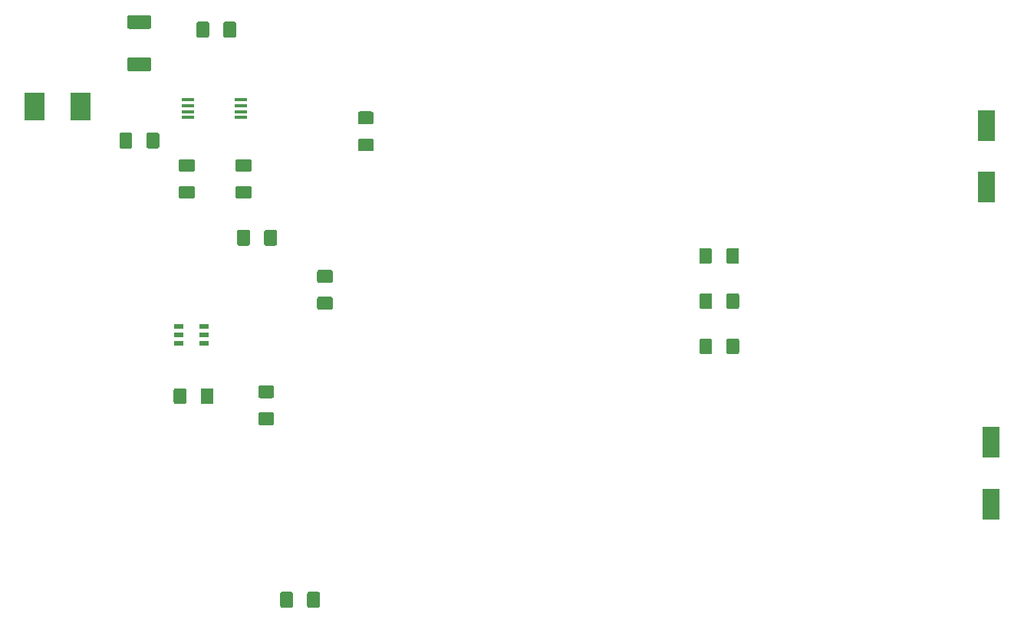
<source format=gbr>
G04 #@! TF.GenerationSoftware,KiCad,Pcbnew,(5.1.4)-1*
G04 #@! TF.CreationDate,2020-04-14T09:58:38-07:00*
G04 #@! TF.ProjectId,power,706f7765-722e-46b6-9963-61645f706362,rev?*
G04 #@! TF.SameCoordinates,Original*
G04 #@! TF.FileFunction,Paste,Top*
G04 #@! TF.FilePolarity,Positive*
%FSLAX46Y46*%
G04 Gerber Fmt 4.6, Leading zero omitted, Abs format (unit mm)*
G04 Created by KiCad (PCBNEW (5.1.4)-1) date 2020-04-14 09:58:38*
%MOMM*%
%LPD*%
G04 APERTURE LIST*
%ADD10R,1.905000X3.403600*%
%ADD11R,2.286000X3.048000*%
%ADD12C,0.100000*%
%ADD13C,1.425000*%
%ADD14C,1.525000*%
%ADD15R,1.422400X0.355600*%
%ADD16R,1.000001X0.599999*%
G04 APERTURE END LIST*
D10*
X143250000Y-89346400D03*
X143250000Y-96153600D03*
X142750000Y-54346400D03*
X142750000Y-61153600D03*
D11*
X42790000Y-52250000D03*
X37710000Y-52250000D03*
D12*
G36*
X56749504Y-42876204D02*
G01*
X56773773Y-42879804D01*
X56797571Y-42885765D01*
X56820671Y-42894030D01*
X56842849Y-42904520D01*
X56863893Y-42917133D01*
X56883598Y-42931747D01*
X56901777Y-42948223D01*
X56918253Y-42966402D01*
X56932867Y-42986107D01*
X56945480Y-43007151D01*
X56955970Y-43029329D01*
X56964235Y-43052429D01*
X56970196Y-43076227D01*
X56973796Y-43100496D01*
X56975000Y-43125000D01*
X56975000Y-44375000D01*
X56973796Y-44399504D01*
X56970196Y-44423773D01*
X56964235Y-44447571D01*
X56955970Y-44470671D01*
X56945480Y-44492849D01*
X56932867Y-44513893D01*
X56918253Y-44533598D01*
X56901777Y-44551777D01*
X56883598Y-44568253D01*
X56863893Y-44582867D01*
X56842849Y-44595480D01*
X56820671Y-44605970D01*
X56797571Y-44614235D01*
X56773773Y-44620196D01*
X56749504Y-44623796D01*
X56725000Y-44625000D01*
X55800000Y-44625000D01*
X55775496Y-44623796D01*
X55751227Y-44620196D01*
X55727429Y-44614235D01*
X55704329Y-44605970D01*
X55682151Y-44595480D01*
X55661107Y-44582867D01*
X55641402Y-44568253D01*
X55623223Y-44551777D01*
X55606747Y-44533598D01*
X55592133Y-44513893D01*
X55579520Y-44492849D01*
X55569030Y-44470671D01*
X55560765Y-44447571D01*
X55554804Y-44423773D01*
X55551204Y-44399504D01*
X55550000Y-44375000D01*
X55550000Y-43125000D01*
X55551204Y-43100496D01*
X55554804Y-43076227D01*
X55560765Y-43052429D01*
X55569030Y-43029329D01*
X55579520Y-43007151D01*
X55592133Y-42986107D01*
X55606747Y-42966402D01*
X55623223Y-42948223D01*
X55641402Y-42931747D01*
X55661107Y-42917133D01*
X55682151Y-42904520D01*
X55704329Y-42894030D01*
X55727429Y-42885765D01*
X55751227Y-42879804D01*
X55775496Y-42876204D01*
X55800000Y-42875000D01*
X56725000Y-42875000D01*
X56749504Y-42876204D01*
X56749504Y-42876204D01*
G37*
D13*
X56262500Y-43750000D03*
D12*
G36*
X59724504Y-42876204D02*
G01*
X59748773Y-42879804D01*
X59772571Y-42885765D01*
X59795671Y-42894030D01*
X59817849Y-42904520D01*
X59838893Y-42917133D01*
X59858598Y-42931747D01*
X59876777Y-42948223D01*
X59893253Y-42966402D01*
X59907867Y-42986107D01*
X59920480Y-43007151D01*
X59930970Y-43029329D01*
X59939235Y-43052429D01*
X59945196Y-43076227D01*
X59948796Y-43100496D01*
X59950000Y-43125000D01*
X59950000Y-44375000D01*
X59948796Y-44399504D01*
X59945196Y-44423773D01*
X59939235Y-44447571D01*
X59930970Y-44470671D01*
X59920480Y-44492849D01*
X59907867Y-44513893D01*
X59893253Y-44533598D01*
X59876777Y-44551777D01*
X59858598Y-44568253D01*
X59838893Y-44582867D01*
X59817849Y-44595480D01*
X59795671Y-44605970D01*
X59772571Y-44614235D01*
X59748773Y-44620196D01*
X59724504Y-44623796D01*
X59700000Y-44625000D01*
X58775000Y-44625000D01*
X58750496Y-44623796D01*
X58726227Y-44620196D01*
X58702429Y-44614235D01*
X58679329Y-44605970D01*
X58657151Y-44595480D01*
X58636107Y-44582867D01*
X58616402Y-44568253D01*
X58598223Y-44551777D01*
X58581747Y-44533598D01*
X58567133Y-44513893D01*
X58554520Y-44492849D01*
X58544030Y-44470671D01*
X58535765Y-44447571D01*
X58529804Y-44423773D01*
X58526204Y-44399504D01*
X58525000Y-44375000D01*
X58525000Y-43125000D01*
X58526204Y-43100496D01*
X58529804Y-43076227D01*
X58535765Y-43052429D01*
X58544030Y-43029329D01*
X58554520Y-43007151D01*
X58567133Y-42986107D01*
X58581747Y-42966402D01*
X58598223Y-42948223D01*
X58616402Y-42931747D01*
X58636107Y-42917133D01*
X58657151Y-42904520D01*
X58679329Y-42894030D01*
X58702429Y-42885765D01*
X58726227Y-42879804D01*
X58750496Y-42876204D01*
X58775000Y-42875000D01*
X59700000Y-42875000D01*
X59724504Y-42876204D01*
X59724504Y-42876204D01*
G37*
D13*
X59237500Y-43750000D03*
D12*
G36*
X51224504Y-55126204D02*
G01*
X51248773Y-55129804D01*
X51272571Y-55135765D01*
X51295671Y-55144030D01*
X51317849Y-55154520D01*
X51338893Y-55167133D01*
X51358598Y-55181747D01*
X51376777Y-55198223D01*
X51393253Y-55216402D01*
X51407867Y-55236107D01*
X51420480Y-55257151D01*
X51430970Y-55279329D01*
X51439235Y-55302429D01*
X51445196Y-55326227D01*
X51448796Y-55350496D01*
X51450000Y-55375000D01*
X51450000Y-56625000D01*
X51448796Y-56649504D01*
X51445196Y-56673773D01*
X51439235Y-56697571D01*
X51430970Y-56720671D01*
X51420480Y-56742849D01*
X51407867Y-56763893D01*
X51393253Y-56783598D01*
X51376777Y-56801777D01*
X51358598Y-56818253D01*
X51338893Y-56832867D01*
X51317849Y-56845480D01*
X51295671Y-56855970D01*
X51272571Y-56864235D01*
X51248773Y-56870196D01*
X51224504Y-56873796D01*
X51200000Y-56875000D01*
X50275000Y-56875000D01*
X50250496Y-56873796D01*
X50226227Y-56870196D01*
X50202429Y-56864235D01*
X50179329Y-56855970D01*
X50157151Y-56845480D01*
X50136107Y-56832867D01*
X50116402Y-56818253D01*
X50098223Y-56801777D01*
X50081747Y-56783598D01*
X50067133Y-56763893D01*
X50054520Y-56742849D01*
X50044030Y-56720671D01*
X50035765Y-56697571D01*
X50029804Y-56673773D01*
X50026204Y-56649504D01*
X50025000Y-56625000D01*
X50025000Y-55375000D01*
X50026204Y-55350496D01*
X50029804Y-55326227D01*
X50035765Y-55302429D01*
X50044030Y-55279329D01*
X50054520Y-55257151D01*
X50067133Y-55236107D01*
X50081747Y-55216402D01*
X50098223Y-55198223D01*
X50116402Y-55181747D01*
X50136107Y-55167133D01*
X50157151Y-55154520D01*
X50179329Y-55144030D01*
X50202429Y-55135765D01*
X50226227Y-55129804D01*
X50250496Y-55126204D01*
X50275000Y-55125000D01*
X51200000Y-55125000D01*
X51224504Y-55126204D01*
X51224504Y-55126204D01*
G37*
D13*
X50737500Y-56000000D03*
D12*
G36*
X48249504Y-55126204D02*
G01*
X48273773Y-55129804D01*
X48297571Y-55135765D01*
X48320671Y-55144030D01*
X48342849Y-55154520D01*
X48363893Y-55167133D01*
X48383598Y-55181747D01*
X48401777Y-55198223D01*
X48418253Y-55216402D01*
X48432867Y-55236107D01*
X48445480Y-55257151D01*
X48455970Y-55279329D01*
X48464235Y-55302429D01*
X48470196Y-55326227D01*
X48473796Y-55350496D01*
X48475000Y-55375000D01*
X48475000Y-56625000D01*
X48473796Y-56649504D01*
X48470196Y-56673773D01*
X48464235Y-56697571D01*
X48455970Y-56720671D01*
X48445480Y-56742849D01*
X48432867Y-56763893D01*
X48418253Y-56783598D01*
X48401777Y-56801777D01*
X48383598Y-56818253D01*
X48363893Y-56832867D01*
X48342849Y-56845480D01*
X48320671Y-56855970D01*
X48297571Y-56864235D01*
X48273773Y-56870196D01*
X48249504Y-56873796D01*
X48225000Y-56875000D01*
X47300000Y-56875000D01*
X47275496Y-56873796D01*
X47251227Y-56870196D01*
X47227429Y-56864235D01*
X47204329Y-56855970D01*
X47182151Y-56845480D01*
X47161107Y-56832867D01*
X47141402Y-56818253D01*
X47123223Y-56801777D01*
X47106747Y-56783598D01*
X47092133Y-56763893D01*
X47079520Y-56742849D01*
X47069030Y-56720671D01*
X47060765Y-56697571D01*
X47054804Y-56673773D01*
X47051204Y-56649504D01*
X47050000Y-56625000D01*
X47050000Y-55375000D01*
X47051204Y-55350496D01*
X47054804Y-55326227D01*
X47060765Y-55302429D01*
X47069030Y-55279329D01*
X47079520Y-55257151D01*
X47092133Y-55236107D01*
X47106747Y-55216402D01*
X47123223Y-55198223D01*
X47141402Y-55181747D01*
X47161107Y-55167133D01*
X47182151Y-55154520D01*
X47204329Y-55144030D01*
X47227429Y-55135765D01*
X47251227Y-55129804D01*
X47275496Y-55126204D01*
X47300000Y-55125000D01*
X48225000Y-55125000D01*
X48249504Y-55126204D01*
X48249504Y-55126204D01*
G37*
D13*
X47762500Y-56000000D03*
D12*
G36*
X64224504Y-65876204D02*
G01*
X64248773Y-65879804D01*
X64272571Y-65885765D01*
X64295671Y-65894030D01*
X64317849Y-65904520D01*
X64338893Y-65917133D01*
X64358598Y-65931747D01*
X64376777Y-65948223D01*
X64393253Y-65966402D01*
X64407867Y-65986107D01*
X64420480Y-66007151D01*
X64430970Y-66029329D01*
X64439235Y-66052429D01*
X64445196Y-66076227D01*
X64448796Y-66100496D01*
X64450000Y-66125000D01*
X64450000Y-67375000D01*
X64448796Y-67399504D01*
X64445196Y-67423773D01*
X64439235Y-67447571D01*
X64430970Y-67470671D01*
X64420480Y-67492849D01*
X64407867Y-67513893D01*
X64393253Y-67533598D01*
X64376777Y-67551777D01*
X64358598Y-67568253D01*
X64338893Y-67582867D01*
X64317849Y-67595480D01*
X64295671Y-67605970D01*
X64272571Y-67614235D01*
X64248773Y-67620196D01*
X64224504Y-67623796D01*
X64200000Y-67625000D01*
X63275000Y-67625000D01*
X63250496Y-67623796D01*
X63226227Y-67620196D01*
X63202429Y-67614235D01*
X63179329Y-67605970D01*
X63157151Y-67595480D01*
X63136107Y-67582867D01*
X63116402Y-67568253D01*
X63098223Y-67551777D01*
X63081747Y-67533598D01*
X63067133Y-67513893D01*
X63054520Y-67492849D01*
X63044030Y-67470671D01*
X63035765Y-67447571D01*
X63029804Y-67423773D01*
X63026204Y-67399504D01*
X63025000Y-67375000D01*
X63025000Y-66125000D01*
X63026204Y-66100496D01*
X63029804Y-66076227D01*
X63035765Y-66052429D01*
X63044030Y-66029329D01*
X63054520Y-66007151D01*
X63067133Y-65986107D01*
X63081747Y-65966402D01*
X63098223Y-65948223D01*
X63116402Y-65931747D01*
X63136107Y-65917133D01*
X63157151Y-65904520D01*
X63179329Y-65894030D01*
X63202429Y-65885765D01*
X63226227Y-65879804D01*
X63250496Y-65876204D01*
X63275000Y-65875000D01*
X64200000Y-65875000D01*
X64224504Y-65876204D01*
X64224504Y-65876204D01*
G37*
D13*
X63737500Y-66750000D03*
D12*
G36*
X61249504Y-65876204D02*
G01*
X61273773Y-65879804D01*
X61297571Y-65885765D01*
X61320671Y-65894030D01*
X61342849Y-65904520D01*
X61363893Y-65917133D01*
X61383598Y-65931747D01*
X61401777Y-65948223D01*
X61418253Y-65966402D01*
X61432867Y-65986107D01*
X61445480Y-66007151D01*
X61455970Y-66029329D01*
X61464235Y-66052429D01*
X61470196Y-66076227D01*
X61473796Y-66100496D01*
X61475000Y-66125000D01*
X61475000Y-67375000D01*
X61473796Y-67399504D01*
X61470196Y-67423773D01*
X61464235Y-67447571D01*
X61455970Y-67470671D01*
X61445480Y-67492849D01*
X61432867Y-67513893D01*
X61418253Y-67533598D01*
X61401777Y-67551777D01*
X61383598Y-67568253D01*
X61363893Y-67582867D01*
X61342849Y-67595480D01*
X61320671Y-67605970D01*
X61297571Y-67614235D01*
X61273773Y-67620196D01*
X61249504Y-67623796D01*
X61225000Y-67625000D01*
X60300000Y-67625000D01*
X60275496Y-67623796D01*
X60251227Y-67620196D01*
X60227429Y-67614235D01*
X60204329Y-67605970D01*
X60182151Y-67595480D01*
X60161107Y-67582867D01*
X60141402Y-67568253D01*
X60123223Y-67551777D01*
X60106747Y-67533598D01*
X60092133Y-67513893D01*
X60079520Y-67492849D01*
X60069030Y-67470671D01*
X60060765Y-67447571D01*
X60054804Y-67423773D01*
X60051204Y-67399504D01*
X60050000Y-67375000D01*
X60050000Y-66125000D01*
X60051204Y-66100496D01*
X60054804Y-66076227D01*
X60060765Y-66052429D01*
X60069030Y-66029329D01*
X60079520Y-66007151D01*
X60092133Y-65986107D01*
X60106747Y-65966402D01*
X60123223Y-65948223D01*
X60141402Y-65931747D01*
X60161107Y-65917133D01*
X60182151Y-65904520D01*
X60204329Y-65894030D01*
X60227429Y-65885765D01*
X60251227Y-65879804D01*
X60275496Y-65876204D01*
X60300000Y-65875000D01*
X61225000Y-65875000D01*
X61249504Y-65876204D01*
X61249504Y-65876204D01*
G37*
D13*
X60762500Y-66750000D03*
D12*
G36*
X63899504Y-83051204D02*
G01*
X63923773Y-83054804D01*
X63947571Y-83060765D01*
X63970671Y-83069030D01*
X63992849Y-83079520D01*
X64013893Y-83092133D01*
X64033598Y-83106747D01*
X64051777Y-83123223D01*
X64068253Y-83141402D01*
X64082867Y-83161107D01*
X64095480Y-83182151D01*
X64105970Y-83204329D01*
X64114235Y-83227429D01*
X64120196Y-83251227D01*
X64123796Y-83275496D01*
X64125000Y-83300000D01*
X64125000Y-84225000D01*
X64123796Y-84249504D01*
X64120196Y-84273773D01*
X64114235Y-84297571D01*
X64105970Y-84320671D01*
X64095480Y-84342849D01*
X64082867Y-84363893D01*
X64068253Y-84383598D01*
X64051777Y-84401777D01*
X64033598Y-84418253D01*
X64013893Y-84432867D01*
X63992849Y-84445480D01*
X63970671Y-84455970D01*
X63947571Y-84464235D01*
X63923773Y-84470196D01*
X63899504Y-84473796D01*
X63875000Y-84475000D01*
X62625000Y-84475000D01*
X62600496Y-84473796D01*
X62576227Y-84470196D01*
X62552429Y-84464235D01*
X62529329Y-84455970D01*
X62507151Y-84445480D01*
X62486107Y-84432867D01*
X62466402Y-84418253D01*
X62448223Y-84401777D01*
X62431747Y-84383598D01*
X62417133Y-84363893D01*
X62404520Y-84342849D01*
X62394030Y-84320671D01*
X62385765Y-84297571D01*
X62379804Y-84273773D01*
X62376204Y-84249504D01*
X62375000Y-84225000D01*
X62375000Y-83300000D01*
X62376204Y-83275496D01*
X62379804Y-83251227D01*
X62385765Y-83227429D01*
X62394030Y-83204329D01*
X62404520Y-83182151D01*
X62417133Y-83161107D01*
X62431747Y-83141402D01*
X62448223Y-83123223D01*
X62466402Y-83106747D01*
X62486107Y-83092133D01*
X62507151Y-83079520D01*
X62529329Y-83069030D01*
X62552429Y-83060765D01*
X62576227Y-83054804D01*
X62600496Y-83051204D01*
X62625000Y-83050000D01*
X63875000Y-83050000D01*
X63899504Y-83051204D01*
X63899504Y-83051204D01*
G37*
D13*
X63250000Y-83762500D03*
D12*
G36*
X63899504Y-86026204D02*
G01*
X63923773Y-86029804D01*
X63947571Y-86035765D01*
X63970671Y-86044030D01*
X63992849Y-86054520D01*
X64013893Y-86067133D01*
X64033598Y-86081747D01*
X64051777Y-86098223D01*
X64068253Y-86116402D01*
X64082867Y-86136107D01*
X64095480Y-86157151D01*
X64105970Y-86179329D01*
X64114235Y-86202429D01*
X64120196Y-86226227D01*
X64123796Y-86250496D01*
X64125000Y-86275000D01*
X64125000Y-87200000D01*
X64123796Y-87224504D01*
X64120196Y-87248773D01*
X64114235Y-87272571D01*
X64105970Y-87295671D01*
X64095480Y-87317849D01*
X64082867Y-87338893D01*
X64068253Y-87358598D01*
X64051777Y-87376777D01*
X64033598Y-87393253D01*
X64013893Y-87407867D01*
X63992849Y-87420480D01*
X63970671Y-87430970D01*
X63947571Y-87439235D01*
X63923773Y-87445196D01*
X63899504Y-87448796D01*
X63875000Y-87450000D01*
X62625000Y-87450000D01*
X62600496Y-87448796D01*
X62576227Y-87445196D01*
X62552429Y-87439235D01*
X62529329Y-87430970D01*
X62507151Y-87420480D01*
X62486107Y-87407867D01*
X62466402Y-87393253D01*
X62448223Y-87376777D01*
X62431747Y-87358598D01*
X62417133Y-87338893D01*
X62404520Y-87317849D01*
X62394030Y-87295671D01*
X62385765Y-87272571D01*
X62379804Y-87248773D01*
X62376204Y-87224504D01*
X62375000Y-87200000D01*
X62375000Y-86275000D01*
X62376204Y-86250496D01*
X62379804Y-86226227D01*
X62385765Y-86202429D01*
X62394030Y-86179329D01*
X62404520Y-86157151D01*
X62417133Y-86136107D01*
X62431747Y-86116402D01*
X62448223Y-86098223D01*
X62466402Y-86081747D01*
X62486107Y-86067133D01*
X62507151Y-86054520D01*
X62529329Y-86044030D01*
X62552429Y-86035765D01*
X62576227Y-86029804D01*
X62600496Y-86026204D01*
X62625000Y-86025000D01*
X63875000Y-86025000D01*
X63899504Y-86026204D01*
X63899504Y-86026204D01*
G37*
D13*
X63250000Y-86737500D03*
D12*
G36*
X70399504Y-73276204D02*
G01*
X70423773Y-73279804D01*
X70447571Y-73285765D01*
X70470671Y-73294030D01*
X70492849Y-73304520D01*
X70513893Y-73317133D01*
X70533598Y-73331747D01*
X70551777Y-73348223D01*
X70568253Y-73366402D01*
X70582867Y-73386107D01*
X70595480Y-73407151D01*
X70605970Y-73429329D01*
X70614235Y-73452429D01*
X70620196Y-73476227D01*
X70623796Y-73500496D01*
X70625000Y-73525000D01*
X70625000Y-74450000D01*
X70623796Y-74474504D01*
X70620196Y-74498773D01*
X70614235Y-74522571D01*
X70605970Y-74545671D01*
X70595480Y-74567849D01*
X70582867Y-74588893D01*
X70568253Y-74608598D01*
X70551777Y-74626777D01*
X70533598Y-74643253D01*
X70513893Y-74657867D01*
X70492849Y-74670480D01*
X70470671Y-74680970D01*
X70447571Y-74689235D01*
X70423773Y-74695196D01*
X70399504Y-74698796D01*
X70375000Y-74700000D01*
X69125000Y-74700000D01*
X69100496Y-74698796D01*
X69076227Y-74695196D01*
X69052429Y-74689235D01*
X69029329Y-74680970D01*
X69007151Y-74670480D01*
X68986107Y-74657867D01*
X68966402Y-74643253D01*
X68948223Y-74626777D01*
X68931747Y-74608598D01*
X68917133Y-74588893D01*
X68904520Y-74567849D01*
X68894030Y-74545671D01*
X68885765Y-74522571D01*
X68879804Y-74498773D01*
X68876204Y-74474504D01*
X68875000Y-74450000D01*
X68875000Y-73525000D01*
X68876204Y-73500496D01*
X68879804Y-73476227D01*
X68885765Y-73452429D01*
X68894030Y-73429329D01*
X68904520Y-73407151D01*
X68917133Y-73386107D01*
X68931747Y-73366402D01*
X68948223Y-73348223D01*
X68966402Y-73331747D01*
X68986107Y-73317133D01*
X69007151Y-73304520D01*
X69029329Y-73294030D01*
X69052429Y-73285765D01*
X69076227Y-73279804D01*
X69100496Y-73276204D01*
X69125000Y-73275000D01*
X70375000Y-73275000D01*
X70399504Y-73276204D01*
X70399504Y-73276204D01*
G37*
D13*
X69750000Y-73987500D03*
D12*
G36*
X70399504Y-70301204D02*
G01*
X70423773Y-70304804D01*
X70447571Y-70310765D01*
X70470671Y-70319030D01*
X70492849Y-70329520D01*
X70513893Y-70342133D01*
X70533598Y-70356747D01*
X70551777Y-70373223D01*
X70568253Y-70391402D01*
X70582867Y-70411107D01*
X70595480Y-70432151D01*
X70605970Y-70454329D01*
X70614235Y-70477429D01*
X70620196Y-70501227D01*
X70623796Y-70525496D01*
X70625000Y-70550000D01*
X70625000Y-71475000D01*
X70623796Y-71499504D01*
X70620196Y-71523773D01*
X70614235Y-71547571D01*
X70605970Y-71570671D01*
X70595480Y-71592849D01*
X70582867Y-71613893D01*
X70568253Y-71633598D01*
X70551777Y-71651777D01*
X70533598Y-71668253D01*
X70513893Y-71682867D01*
X70492849Y-71695480D01*
X70470671Y-71705970D01*
X70447571Y-71714235D01*
X70423773Y-71720196D01*
X70399504Y-71723796D01*
X70375000Y-71725000D01*
X69125000Y-71725000D01*
X69100496Y-71723796D01*
X69076227Y-71720196D01*
X69052429Y-71714235D01*
X69029329Y-71705970D01*
X69007151Y-71695480D01*
X68986107Y-71682867D01*
X68966402Y-71668253D01*
X68948223Y-71651777D01*
X68931747Y-71633598D01*
X68917133Y-71613893D01*
X68904520Y-71592849D01*
X68894030Y-71570671D01*
X68885765Y-71547571D01*
X68879804Y-71523773D01*
X68876204Y-71499504D01*
X68875000Y-71475000D01*
X68875000Y-70550000D01*
X68876204Y-70525496D01*
X68879804Y-70501227D01*
X68885765Y-70477429D01*
X68894030Y-70454329D01*
X68904520Y-70432151D01*
X68917133Y-70411107D01*
X68931747Y-70391402D01*
X68948223Y-70373223D01*
X68966402Y-70356747D01*
X68986107Y-70342133D01*
X69007151Y-70329520D01*
X69029329Y-70319030D01*
X69052429Y-70310765D01*
X69076227Y-70304804D01*
X69100496Y-70301204D01*
X69125000Y-70300000D01*
X70375000Y-70300000D01*
X70399504Y-70301204D01*
X70399504Y-70301204D01*
G37*
D13*
X69750000Y-71012500D03*
D12*
G36*
X61399504Y-61026204D02*
G01*
X61423773Y-61029804D01*
X61447571Y-61035765D01*
X61470671Y-61044030D01*
X61492849Y-61054520D01*
X61513893Y-61067133D01*
X61533598Y-61081747D01*
X61551777Y-61098223D01*
X61568253Y-61116402D01*
X61582867Y-61136107D01*
X61595480Y-61157151D01*
X61605970Y-61179329D01*
X61614235Y-61202429D01*
X61620196Y-61226227D01*
X61623796Y-61250496D01*
X61625000Y-61275000D01*
X61625000Y-62200000D01*
X61623796Y-62224504D01*
X61620196Y-62248773D01*
X61614235Y-62272571D01*
X61605970Y-62295671D01*
X61595480Y-62317849D01*
X61582867Y-62338893D01*
X61568253Y-62358598D01*
X61551777Y-62376777D01*
X61533598Y-62393253D01*
X61513893Y-62407867D01*
X61492849Y-62420480D01*
X61470671Y-62430970D01*
X61447571Y-62439235D01*
X61423773Y-62445196D01*
X61399504Y-62448796D01*
X61375000Y-62450000D01*
X60125000Y-62450000D01*
X60100496Y-62448796D01*
X60076227Y-62445196D01*
X60052429Y-62439235D01*
X60029329Y-62430970D01*
X60007151Y-62420480D01*
X59986107Y-62407867D01*
X59966402Y-62393253D01*
X59948223Y-62376777D01*
X59931747Y-62358598D01*
X59917133Y-62338893D01*
X59904520Y-62317849D01*
X59894030Y-62295671D01*
X59885765Y-62272571D01*
X59879804Y-62248773D01*
X59876204Y-62224504D01*
X59875000Y-62200000D01*
X59875000Y-61275000D01*
X59876204Y-61250496D01*
X59879804Y-61226227D01*
X59885765Y-61202429D01*
X59894030Y-61179329D01*
X59904520Y-61157151D01*
X59917133Y-61136107D01*
X59931747Y-61116402D01*
X59948223Y-61098223D01*
X59966402Y-61081747D01*
X59986107Y-61067133D01*
X60007151Y-61054520D01*
X60029329Y-61044030D01*
X60052429Y-61035765D01*
X60076227Y-61029804D01*
X60100496Y-61026204D01*
X60125000Y-61025000D01*
X61375000Y-61025000D01*
X61399504Y-61026204D01*
X61399504Y-61026204D01*
G37*
D13*
X60750000Y-61737500D03*
D12*
G36*
X61399504Y-58051204D02*
G01*
X61423773Y-58054804D01*
X61447571Y-58060765D01*
X61470671Y-58069030D01*
X61492849Y-58079520D01*
X61513893Y-58092133D01*
X61533598Y-58106747D01*
X61551777Y-58123223D01*
X61568253Y-58141402D01*
X61582867Y-58161107D01*
X61595480Y-58182151D01*
X61605970Y-58204329D01*
X61614235Y-58227429D01*
X61620196Y-58251227D01*
X61623796Y-58275496D01*
X61625000Y-58300000D01*
X61625000Y-59225000D01*
X61623796Y-59249504D01*
X61620196Y-59273773D01*
X61614235Y-59297571D01*
X61605970Y-59320671D01*
X61595480Y-59342849D01*
X61582867Y-59363893D01*
X61568253Y-59383598D01*
X61551777Y-59401777D01*
X61533598Y-59418253D01*
X61513893Y-59432867D01*
X61492849Y-59445480D01*
X61470671Y-59455970D01*
X61447571Y-59464235D01*
X61423773Y-59470196D01*
X61399504Y-59473796D01*
X61375000Y-59475000D01*
X60125000Y-59475000D01*
X60100496Y-59473796D01*
X60076227Y-59470196D01*
X60052429Y-59464235D01*
X60029329Y-59455970D01*
X60007151Y-59445480D01*
X59986107Y-59432867D01*
X59966402Y-59418253D01*
X59948223Y-59401777D01*
X59931747Y-59383598D01*
X59917133Y-59363893D01*
X59904520Y-59342849D01*
X59894030Y-59320671D01*
X59885765Y-59297571D01*
X59879804Y-59273773D01*
X59876204Y-59249504D01*
X59875000Y-59225000D01*
X59875000Y-58300000D01*
X59876204Y-58275496D01*
X59879804Y-58251227D01*
X59885765Y-58227429D01*
X59894030Y-58204329D01*
X59904520Y-58182151D01*
X59917133Y-58161107D01*
X59931747Y-58141402D01*
X59948223Y-58123223D01*
X59966402Y-58106747D01*
X59986107Y-58092133D01*
X60007151Y-58079520D01*
X60029329Y-58069030D01*
X60052429Y-58060765D01*
X60076227Y-58054804D01*
X60100496Y-58051204D01*
X60125000Y-58050000D01*
X61375000Y-58050000D01*
X61399504Y-58051204D01*
X61399504Y-58051204D01*
G37*
D13*
X60750000Y-58762500D03*
D12*
G36*
X55149504Y-61026204D02*
G01*
X55173773Y-61029804D01*
X55197571Y-61035765D01*
X55220671Y-61044030D01*
X55242849Y-61054520D01*
X55263893Y-61067133D01*
X55283598Y-61081747D01*
X55301777Y-61098223D01*
X55318253Y-61116402D01*
X55332867Y-61136107D01*
X55345480Y-61157151D01*
X55355970Y-61179329D01*
X55364235Y-61202429D01*
X55370196Y-61226227D01*
X55373796Y-61250496D01*
X55375000Y-61275000D01*
X55375000Y-62200000D01*
X55373796Y-62224504D01*
X55370196Y-62248773D01*
X55364235Y-62272571D01*
X55355970Y-62295671D01*
X55345480Y-62317849D01*
X55332867Y-62338893D01*
X55318253Y-62358598D01*
X55301777Y-62376777D01*
X55283598Y-62393253D01*
X55263893Y-62407867D01*
X55242849Y-62420480D01*
X55220671Y-62430970D01*
X55197571Y-62439235D01*
X55173773Y-62445196D01*
X55149504Y-62448796D01*
X55125000Y-62450000D01*
X53875000Y-62450000D01*
X53850496Y-62448796D01*
X53826227Y-62445196D01*
X53802429Y-62439235D01*
X53779329Y-62430970D01*
X53757151Y-62420480D01*
X53736107Y-62407867D01*
X53716402Y-62393253D01*
X53698223Y-62376777D01*
X53681747Y-62358598D01*
X53667133Y-62338893D01*
X53654520Y-62317849D01*
X53644030Y-62295671D01*
X53635765Y-62272571D01*
X53629804Y-62248773D01*
X53626204Y-62224504D01*
X53625000Y-62200000D01*
X53625000Y-61275000D01*
X53626204Y-61250496D01*
X53629804Y-61226227D01*
X53635765Y-61202429D01*
X53644030Y-61179329D01*
X53654520Y-61157151D01*
X53667133Y-61136107D01*
X53681747Y-61116402D01*
X53698223Y-61098223D01*
X53716402Y-61081747D01*
X53736107Y-61067133D01*
X53757151Y-61054520D01*
X53779329Y-61044030D01*
X53802429Y-61035765D01*
X53826227Y-61029804D01*
X53850496Y-61026204D01*
X53875000Y-61025000D01*
X55125000Y-61025000D01*
X55149504Y-61026204D01*
X55149504Y-61026204D01*
G37*
D13*
X54500000Y-61737500D03*
D12*
G36*
X55149504Y-58051204D02*
G01*
X55173773Y-58054804D01*
X55197571Y-58060765D01*
X55220671Y-58069030D01*
X55242849Y-58079520D01*
X55263893Y-58092133D01*
X55283598Y-58106747D01*
X55301777Y-58123223D01*
X55318253Y-58141402D01*
X55332867Y-58161107D01*
X55345480Y-58182151D01*
X55355970Y-58204329D01*
X55364235Y-58227429D01*
X55370196Y-58251227D01*
X55373796Y-58275496D01*
X55375000Y-58300000D01*
X55375000Y-59225000D01*
X55373796Y-59249504D01*
X55370196Y-59273773D01*
X55364235Y-59297571D01*
X55355970Y-59320671D01*
X55345480Y-59342849D01*
X55332867Y-59363893D01*
X55318253Y-59383598D01*
X55301777Y-59401777D01*
X55283598Y-59418253D01*
X55263893Y-59432867D01*
X55242849Y-59445480D01*
X55220671Y-59455970D01*
X55197571Y-59464235D01*
X55173773Y-59470196D01*
X55149504Y-59473796D01*
X55125000Y-59475000D01*
X53875000Y-59475000D01*
X53850496Y-59473796D01*
X53826227Y-59470196D01*
X53802429Y-59464235D01*
X53779329Y-59455970D01*
X53757151Y-59445480D01*
X53736107Y-59432867D01*
X53716402Y-59418253D01*
X53698223Y-59401777D01*
X53681747Y-59383598D01*
X53667133Y-59363893D01*
X53654520Y-59342849D01*
X53644030Y-59320671D01*
X53635765Y-59297571D01*
X53629804Y-59273773D01*
X53626204Y-59249504D01*
X53625000Y-59225000D01*
X53625000Y-58300000D01*
X53626204Y-58275496D01*
X53629804Y-58251227D01*
X53635765Y-58227429D01*
X53644030Y-58204329D01*
X53654520Y-58182151D01*
X53667133Y-58161107D01*
X53681747Y-58141402D01*
X53698223Y-58123223D01*
X53716402Y-58106747D01*
X53736107Y-58092133D01*
X53757151Y-58079520D01*
X53779329Y-58069030D01*
X53802429Y-58060765D01*
X53826227Y-58054804D01*
X53850496Y-58051204D01*
X53875000Y-58050000D01*
X55125000Y-58050000D01*
X55149504Y-58051204D01*
X55149504Y-58051204D01*
G37*
D13*
X54500000Y-58762500D03*
D12*
G36*
X50349505Y-42151204D02*
G01*
X50373773Y-42154804D01*
X50397572Y-42160765D01*
X50420671Y-42169030D01*
X50442850Y-42179520D01*
X50463893Y-42192132D01*
X50483599Y-42206747D01*
X50501777Y-42223223D01*
X50518253Y-42241401D01*
X50532868Y-42261107D01*
X50545480Y-42282150D01*
X50555970Y-42304329D01*
X50564235Y-42327428D01*
X50570196Y-42351227D01*
X50573796Y-42375495D01*
X50575000Y-42399999D01*
X50575000Y-43425001D01*
X50573796Y-43449505D01*
X50570196Y-43473773D01*
X50564235Y-43497572D01*
X50555970Y-43520671D01*
X50545480Y-43542850D01*
X50532868Y-43563893D01*
X50518253Y-43583599D01*
X50501777Y-43601777D01*
X50483599Y-43618253D01*
X50463893Y-43632868D01*
X50442850Y-43645480D01*
X50420671Y-43655970D01*
X50397572Y-43664235D01*
X50373773Y-43670196D01*
X50349505Y-43673796D01*
X50325001Y-43675000D01*
X48174999Y-43675000D01*
X48150495Y-43673796D01*
X48126227Y-43670196D01*
X48102428Y-43664235D01*
X48079329Y-43655970D01*
X48057150Y-43645480D01*
X48036107Y-43632868D01*
X48016401Y-43618253D01*
X47998223Y-43601777D01*
X47981747Y-43583599D01*
X47967132Y-43563893D01*
X47954520Y-43542850D01*
X47944030Y-43520671D01*
X47935765Y-43497572D01*
X47929804Y-43473773D01*
X47926204Y-43449505D01*
X47925000Y-43425001D01*
X47925000Y-42399999D01*
X47926204Y-42375495D01*
X47929804Y-42351227D01*
X47935765Y-42327428D01*
X47944030Y-42304329D01*
X47954520Y-42282150D01*
X47967132Y-42261107D01*
X47981747Y-42241401D01*
X47998223Y-42223223D01*
X48016401Y-42206747D01*
X48036107Y-42192132D01*
X48057150Y-42179520D01*
X48079329Y-42169030D01*
X48102428Y-42160765D01*
X48126227Y-42154804D01*
X48150495Y-42151204D01*
X48174999Y-42150000D01*
X50325001Y-42150000D01*
X50349505Y-42151204D01*
X50349505Y-42151204D01*
G37*
D14*
X49250000Y-42912500D03*
D12*
G36*
X50349505Y-46826204D02*
G01*
X50373773Y-46829804D01*
X50397572Y-46835765D01*
X50420671Y-46844030D01*
X50442850Y-46854520D01*
X50463893Y-46867132D01*
X50483599Y-46881747D01*
X50501777Y-46898223D01*
X50518253Y-46916401D01*
X50532868Y-46936107D01*
X50545480Y-46957150D01*
X50555970Y-46979329D01*
X50564235Y-47002428D01*
X50570196Y-47026227D01*
X50573796Y-47050495D01*
X50575000Y-47074999D01*
X50575000Y-48100001D01*
X50573796Y-48124505D01*
X50570196Y-48148773D01*
X50564235Y-48172572D01*
X50555970Y-48195671D01*
X50545480Y-48217850D01*
X50532868Y-48238893D01*
X50518253Y-48258599D01*
X50501777Y-48276777D01*
X50483599Y-48293253D01*
X50463893Y-48307868D01*
X50442850Y-48320480D01*
X50420671Y-48330970D01*
X50397572Y-48339235D01*
X50373773Y-48345196D01*
X50349505Y-48348796D01*
X50325001Y-48350000D01*
X48174999Y-48350000D01*
X48150495Y-48348796D01*
X48126227Y-48345196D01*
X48102428Y-48339235D01*
X48079329Y-48330970D01*
X48057150Y-48320480D01*
X48036107Y-48307868D01*
X48016401Y-48293253D01*
X47998223Y-48276777D01*
X47981747Y-48258599D01*
X47967132Y-48238893D01*
X47954520Y-48217850D01*
X47944030Y-48195671D01*
X47935765Y-48172572D01*
X47929804Y-48148773D01*
X47926204Y-48124505D01*
X47925000Y-48100001D01*
X47925000Y-47074999D01*
X47926204Y-47050495D01*
X47929804Y-47026227D01*
X47935765Y-47002428D01*
X47944030Y-46979329D01*
X47954520Y-46957150D01*
X47967132Y-46936107D01*
X47981747Y-46916401D01*
X47998223Y-46898223D01*
X48016401Y-46881747D01*
X48036107Y-46867132D01*
X48057150Y-46854520D01*
X48079329Y-46844030D01*
X48102428Y-46835765D01*
X48126227Y-46829804D01*
X48150495Y-46826204D01*
X48174999Y-46825000D01*
X50325001Y-46825000D01*
X50349505Y-46826204D01*
X50349505Y-46826204D01*
G37*
D14*
X49250000Y-47587500D03*
D12*
G36*
X74899504Y-52801204D02*
G01*
X74923773Y-52804804D01*
X74947571Y-52810765D01*
X74970671Y-52819030D01*
X74992849Y-52829520D01*
X75013893Y-52842133D01*
X75033598Y-52856747D01*
X75051777Y-52873223D01*
X75068253Y-52891402D01*
X75082867Y-52911107D01*
X75095480Y-52932151D01*
X75105970Y-52954329D01*
X75114235Y-52977429D01*
X75120196Y-53001227D01*
X75123796Y-53025496D01*
X75125000Y-53050000D01*
X75125000Y-53975000D01*
X75123796Y-53999504D01*
X75120196Y-54023773D01*
X75114235Y-54047571D01*
X75105970Y-54070671D01*
X75095480Y-54092849D01*
X75082867Y-54113893D01*
X75068253Y-54133598D01*
X75051777Y-54151777D01*
X75033598Y-54168253D01*
X75013893Y-54182867D01*
X74992849Y-54195480D01*
X74970671Y-54205970D01*
X74947571Y-54214235D01*
X74923773Y-54220196D01*
X74899504Y-54223796D01*
X74875000Y-54225000D01*
X73625000Y-54225000D01*
X73600496Y-54223796D01*
X73576227Y-54220196D01*
X73552429Y-54214235D01*
X73529329Y-54205970D01*
X73507151Y-54195480D01*
X73486107Y-54182867D01*
X73466402Y-54168253D01*
X73448223Y-54151777D01*
X73431747Y-54133598D01*
X73417133Y-54113893D01*
X73404520Y-54092849D01*
X73394030Y-54070671D01*
X73385765Y-54047571D01*
X73379804Y-54023773D01*
X73376204Y-53999504D01*
X73375000Y-53975000D01*
X73375000Y-53050000D01*
X73376204Y-53025496D01*
X73379804Y-53001227D01*
X73385765Y-52977429D01*
X73394030Y-52954329D01*
X73404520Y-52932151D01*
X73417133Y-52911107D01*
X73431747Y-52891402D01*
X73448223Y-52873223D01*
X73466402Y-52856747D01*
X73486107Y-52842133D01*
X73507151Y-52829520D01*
X73529329Y-52819030D01*
X73552429Y-52810765D01*
X73576227Y-52804804D01*
X73600496Y-52801204D01*
X73625000Y-52800000D01*
X74875000Y-52800000D01*
X74899504Y-52801204D01*
X74899504Y-52801204D01*
G37*
D13*
X74250000Y-53512500D03*
D12*
G36*
X74899504Y-55776204D02*
G01*
X74923773Y-55779804D01*
X74947571Y-55785765D01*
X74970671Y-55794030D01*
X74992849Y-55804520D01*
X75013893Y-55817133D01*
X75033598Y-55831747D01*
X75051777Y-55848223D01*
X75068253Y-55866402D01*
X75082867Y-55886107D01*
X75095480Y-55907151D01*
X75105970Y-55929329D01*
X75114235Y-55952429D01*
X75120196Y-55976227D01*
X75123796Y-56000496D01*
X75125000Y-56025000D01*
X75125000Y-56950000D01*
X75123796Y-56974504D01*
X75120196Y-56998773D01*
X75114235Y-57022571D01*
X75105970Y-57045671D01*
X75095480Y-57067849D01*
X75082867Y-57088893D01*
X75068253Y-57108598D01*
X75051777Y-57126777D01*
X75033598Y-57143253D01*
X75013893Y-57157867D01*
X74992849Y-57170480D01*
X74970671Y-57180970D01*
X74947571Y-57189235D01*
X74923773Y-57195196D01*
X74899504Y-57198796D01*
X74875000Y-57200000D01*
X73625000Y-57200000D01*
X73600496Y-57198796D01*
X73576227Y-57195196D01*
X73552429Y-57189235D01*
X73529329Y-57180970D01*
X73507151Y-57170480D01*
X73486107Y-57157867D01*
X73466402Y-57143253D01*
X73448223Y-57126777D01*
X73431747Y-57108598D01*
X73417133Y-57088893D01*
X73404520Y-57067849D01*
X73394030Y-57045671D01*
X73385765Y-57022571D01*
X73379804Y-56998773D01*
X73376204Y-56974504D01*
X73375000Y-56950000D01*
X73375000Y-56025000D01*
X73376204Y-56000496D01*
X73379804Y-55976227D01*
X73385765Y-55952429D01*
X73394030Y-55929329D01*
X73404520Y-55907151D01*
X73417133Y-55886107D01*
X73431747Y-55866402D01*
X73448223Y-55848223D01*
X73466402Y-55831747D01*
X73486107Y-55817133D01*
X73507151Y-55804520D01*
X73529329Y-55794030D01*
X73552429Y-55785765D01*
X73576227Y-55779804D01*
X73600496Y-55776204D01*
X73625000Y-55775000D01*
X74875000Y-55775000D01*
X74899504Y-55776204D01*
X74899504Y-55776204D01*
G37*
D13*
X74250000Y-56487500D03*
D12*
G36*
X115237004Y-77876204D02*
G01*
X115261273Y-77879804D01*
X115285071Y-77885765D01*
X115308171Y-77894030D01*
X115330349Y-77904520D01*
X115351393Y-77917133D01*
X115371098Y-77931747D01*
X115389277Y-77948223D01*
X115405753Y-77966402D01*
X115420367Y-77986107D01*
X115432980Y-78007151D01*
X115443470Y-78029329D01*
X115451735Y-78052429D01*
X115457696Y-78076227D01*
X115461296Y-78100496D01*
X115462500Y-78125000D01*
X115462500Y-79375000D01*
X115461296Y-79399504D01*
X115457696Y-79423773D01*
X115451735Y-79447571D01*
X115443470Y-79470671D01*
X115432980Y-79492849D01*
X115420367Y-79513893D01*
X115405753Y-79533598D01*
X115389277Y-79551777D01*
X115371098Y-79568253D01*
X115351393Y-79582867D01*
X115330349Y-79595480D01*
X115308171Y-79605970D01*
X115285071Y-79614235D01*
X115261273Y-79620196D01*
X115237004Y-79623796D01*
X115212500Y-79625000D01*
X114287500Y-79625000D01*
X114262996Y-79623796D01*
X114238727Y-79620196D01*
X114214929Y-79614235D01*
X114191829Y-79605970D01*
X114169651Y-79595480D01*
X114148607Y-79582867D01*
X114128902Y-79568253D01*
X114110723Y-79551777D01*
X114094247Y-79533598D01*
X114079633Y-79513893D01*
X114067020Y-79492849D01*
X114056530Y-79470671D01*
X114048265Y-79447571D01*
X114042304Y-79423773D01*
X114038704Y-79399504D01*
X114037500Y-79375000D01*
X114037500Y-78125000D01*
X114038704Y-78100496D01*
X114042304Y-78076227D01*
X114048265Y-78052429D01*
X114056530Y-78029329D01*
X114067020Y-78007151D01*
X114079633Y-77986107D01*
X114094247Y-77966402D01*
X114110723Y-77948223D01*
X114128902Y-77931747D01*
X114148607Y-77917133D01*
X114169651Y-77904520D01*
X114191829Y-77894030D01*
X114214929Y-77885765D01*
X114238727Y-77879804D01*
X114262996Y-77876204D01*
X114287500Y-77875000D01*
X115212500Y-77875000D01*
X115237004Y-77876204D01*
X115237004Y-77876204D01*
G37*
D13*
X114750000Y-78750000D03*
D12*
G36*
X112262004Y-77876204D02*
G01*
X112286273Y-77879804D01*
X112310071Y-77885765D01*
X112333171Y-77894030D01*
X112355349Y-77904520D01*
X112376393Y-77917133D01*
X112396098Y-77931747D01*
X112414277Y-77948223D01*
X112430753Y-77966402D01*
X112445367Y-77986107D01*
X112457980Y-78007151D01*
X112468470Y-78029329D01*
X112476735Y-78052429D01*
X112482696Y-78076227D01*
X112486296Y-78100496D01*
X112487500Y-78125000D01*
X112487500Y-79375000D01*
X112486296Y-79399504D01*
X112482696Y-79423773D01*
X112476735Y-79447571D01*
X112468470Y-79470671D01*
X112457980Y-79492849D01*
X112445367Y-79513893D01*
X112430753Y-79533598D01*
X112414277Y-79551777D01*
X112396098Y-79568253D01*
X112376393Y-79582867D01*
X112355349Y-79595480D01*
X112333171Y-79605970D01*
X112310071Y-79614235D01*
X112286273Y-79620196D01*
X112262004Y-79623796D01*
X112237500Y-79625000D01*
X111312500Y-79625000D01*
X111287996Y-79623796D01*
X111263727Y-79620196D01*
X111239929Y-79614235D01*
X111216829Y-79605970D01*
X111194651Y-79595480D01*
X111173607Y-79582867D01*
X111153902Y-79568253D01*
X111135723Y-79551777D01*
X111119247Y-79533598D01*
X111104633Y-79513893D01*
X111092020Y-79492849D01*
X111081530Y-79470671D01*
X111073265Y-79447571D01*
X111067304Y-79423773D01*
X111063704Y-79399504D01*
X111062500Y-79375000D01*
X111062500Y-78125000D01*
X111063704Y-78100496D01*
X111067304Y-78076227D01*
X111073265Y-78052429D01*
X111081530Y-78029329D01*
X111092020Y-78007151D01*
X111104633Y-77986107D01*
X111119247Y-77966402D01*
X111135723Y-77948223D01*
X111153902Y-77931747D01*
X111173607Y-77917133D01*
X111194651Y-77904520D01*
X111216829Y-77894030D01*
X111239929Y-77885765D01*
X111263727Y-77879804D01*
X111287996Y-77876204D01*
X111312500Y-77875000D01*
X112237500Y-77875000D01*
X112262004Y-77876204D01*
X112262004Y-77876204D01*
G37*
D13*
X111775000Y-78750000D03*
D12*
G36*
X115237004Y-72876204D02*
G01*
X115261273Y-72879804D01*
X115285071Y-72885765D01*
X115308171Y-72894030D01*
X115330349Y-72904520D01*
X115351393Y-72917133D01*
X115371098Y-72931747D01*
X115389277Y-72948223D01*
X115405753Y-72966402D01*
X115420367Y-72986107D01*
X115432980Y-73007151D01*
X115443470Y-73029329D01*
X115451735Y-73052429D01*
X115457696Y-73076227D01*
X115461296Y-73100496D01*
X115462500Y-73125000D01*
X115462500Y-74375000D01*
X115461296Y-74399504D01*
X115457696Y-74423773D01*
X115451735Y-74447571D01*
X115443470Y-74470671D01*
X115432980Y-74492849D01*
X115420367Y-74513893D01*
X115405753Y-74533598D01*
X115389277Y-74551777D01*
X115371098Y-74568253D01*
X115351393Y-74582867D01*
X115330349Y-74595480D01*
X115308171Y-74605970D01*
X115285071Y-74614235D01*
X115261273Y-74620196D01*
X115237004Y-74623796D01*
X115212500Y-74625000D01*
X114287500Y-74625000D01*
X114262996Y-74623796D01*
X114238727Y-74620196D01*
X114214929Y-74614235D01*
X114191829Y-74605970D01*
X114169651Y-74595480D01*
X114148607Y-74582867D01*
X114128902Y-74568253D01*
X114110723Y-74551777D01*
X114094247Y-74533598D01*
X114079633Y-74513893D01*
X114067020Y-74492849D01*
X114056530Y-74470671D01*
X114048265Y-74447571D01*
X114042304Y-74423773D01*
X114038704Y-74399504D01*
X114037500Y-74375000D01*
X114037500Y-73125000D01*
X114038704Y-73100496D01*
X114042304Y-73076227D01*
X114048265Y-73052429D01*
X114056530Y-73029329D01*
X114067020Y-73007151D01*
X114079633Y-72986107D01*
X114094247Y-72966402D01*
X114110723Y-72948223D01*
X114128902Y-72931747D01*
X114148607Y-72917133D01*
X114169651Y-72904520D01*
X114191829Y-72894030D01*
X114214929Y-72885765D01*
X114238727Y-72879804D01*
X114262996Y-72876204D01*
X114287500Y-72875000D01*
X115212500Y-72875000D01*
X115237004Y-72876204D01*
X115237004Y-72876204D01*
G37*
D13*
X114750000Y-73750000D03*
D12*
G36*
X112262004Y-72876204D02*
G01*
X112286273Y-72879804D01*
X112310071Y-72885765D01*
X112333171Y-72894030D01*
X112355349Y-72904520D01*
X112376393Y-72917133D01*
X112396098Y-72931747D01*
X112414277Y-72948223D01*
X112430753Y-72966402D01*
X112445367Y-72986107D01*
X112457980Y-73007151D01*
X112468470Y-73029329D01*
X112476735Y-73052429D01*
X112482696Y-73076227D01*
X112486296Y-73100496D01*
X112487500Y-73125000D01*
X112487500Y-74375000D01*
X112486296Y-74399504D01*
X112482696Y-74423773D01*
X112476735Y-74447571D01*
X112468470Y-74470671D01*
X112457980Y-74492849D01*
X112445367Y-74513893D01*
X112430753Y-74533598D01*
X112414277Y-74551777D01*
X112396098Y-74568253D01*
X112376393Y-74582867D01*
X112355349Y-74595480D01*
X112333171Y-74605970D01*
X112310071Y-74614235D01*
X112286273Y-74620196D01*
X112262004Y-74623796D01*
X112237500Y-74625000D01*
X111312500Y-74625000D01*
X111287996Y-74623796D01*
X111263727Y-74620196D01*
X111239929Y-74614235D01*
X111216829Y-74605970D01*
X111194651Y-74595480D01*
X111173607Y-74582867D01*
X111153902Y-74568253D01*
X111135723Y-74551777D01*
X111119247Y-74533598D01*
X111104633Y-74513893D01*
X111092020Y-74492849D01*
X111081530Y-74470671D01*
X111073265Y-74447571D01*
X111067304Y-74423773D01*
X111063704Y-74399504D01*
X111062500Y-74375000D01*
X111062500Y-73125000D01*
X111063704Y-73100496D01*
X111067304Y-73076227D01*
X111073265Y-73052429D01*
X111081530Y-73029329D01*
X111092020Y-73007151D01*
X111104633Y-72986107D01*
X111119247Y-72966402D01*
X111135723Y-72948223D01*
X111153902Y-72931747D01*
X111173607Y-72917133D01*
X111194651Y-72904520D01*
X111216829Y-72894030D01*
X111239929Y-72885765D01*
X111263727Y-72879804D01*
X111287996Y-72876204D01*
X111312500Y-72875000D01*
X112237500Y-72875000D01*
X112262004Y-72876204D01*
X112262004Y-72876204D01*
G37*
D13*
X111775000Y-73750000D03*
D12*
G36*
X115224504Y-67876204D02*
G01*
X115248773Y-67879804D01*
X115272571Y-67885765D01*
X115295671Y-67894030D01*
X115317849Y-67904520D01*
X115338893Y-67917133D01*
X115358598Y-67931747D01*
X115376777Y-67948223D01*
X115393253Y-67966402D01*
X115407867Y-67986107D01*
X115420480Y-68007151D01*
X115430970Y-68029329D01*
X115439235Y-68052429D01*
X115445196Y-68076227D01*
X115448796Y-68100496D01*
X115450000Y-68125000D01*
X115450000Y-69375000D01*
X115448796Y-69399504D01*
X115445196Y-69423773D01*
X115439235Y-69447571D01*
X115430970Y-69470671D01*
X115420480Y-69492849D01*
X115407867Y-69513893D01*
X115393253Y-69533598D01*
X115376777Y-69551777D01*
X115358598Y-69568253D01*
X115338893Y-69582867D01*
X115317849Y-69595480D01*
X115295671Y-69605970D01*
X115272571Y-69614235D01*
X115248773Y-69620196D01*
X115224504Y-69623796D01*
X115200000Y-69625000D01*
X114275000Y-69625000D01*
X114250496Y-69623796D01*
X114226227Y-69620196D01*
X114202429Y-69614235D01*
X114179329Y-69605970D01*
X114157151Y-69595480D01*
X114136107Y-69582867D01*
X114116402Y-69568253D01*
X114098223Y-69551777D01*
X114081747Y-69533598D01*
X114067133Y-69513893D01*
X114054520Y-69492849D01*
X114044030Y-69470671D01*
X114035765Y-69447571D01*
X114029804Y-69423773D01*
X114026204Y-69399504D01*
X114025000Y-69375000D01*
X114025000Y-68125000D01*
X114026204Y-68100496D01*
X114029804Y-68076227D01*
X114035765Y-68052429D01*
X114044030Y-68029329D01*
X114054520Y-68007151D01*
X114067133Y-67986107D01*
X114081747Y-67966402D01*
X114098223Y-67948223D01*
X114116402Y-67931747D01*
X114136107Y-67917133D01*
X114157151Y-67904520D01*
X114179329Y-67894030D01*
X114202429Y-67885765D01*
X114226227Y-67879804D01*
X114250496Y-67876204D01*
X114275000Y-67875000D01*
X115200000Y-67875000D01*
X115224504Y-67876204D01*
X115224504Y-67876204D01*
G37*
D13*
X114737500Y-68750000D03*
D12*
G36*
X112249504Y-67876204D02*
G01*
X112273773Y-67879804D01*
X112297571Y-67885765D01*
X112320671Y-67894030D01*
X112342849Y-67904520D01*
X112363893Y-67917133D01*
X112383598Y-67931747D01*
X112401777Y-67948223D01*
X112418253Y-67966402D01*
X112432867Y-67986107D01*
X112445480Y-68007151D01*
X112455970Y-68029329D01*
X112464235Y-68052429D01*
X112470196Y-68076227D01*
X112473796Y-68100496D01*
X112475000Y-68125000D01*
X112475000Y-69375000D01*
X112473796Y-69399504D01*
X112470196Y-69423773D01*
X112464235Y-69447571D01*
X112455970Y-69470671D01*
X112445480Y-69492849D01*
X112432867Y-69513893D01*
X112418253Y-69533598D01*
X112401777Y-69551777D01*
X112383598Y-69568253D01*
X112363893Y-69582867D01*
X112342849Y-69595480D01*
X112320671Y-69605970D01*
X112297571Y-69614235D01*
X112273773Y-69620196D01*
X112249504Y-69623796D01*
X112225000Y-69625000D01*
X111300000Y-69625000D01*
X111275496Y-69623796D01*
X111251227Y-69620196D01*
X111227429Y-69614235D01*
X111204329Y-69605970D01*
X111182151Y-69595480D01*
X111161107Y-69582867D01*
X111141402Y-69568253D01*
X111123223Y-69551777D01*
X111106747Y-69533598D01*
X111092133Y-69513893D01*
X111079520Y-69492849D01*
X111069030Y-69470671D01*
X111060765Y-69447571D01*
X111054804Y-69423773D01*
X111051204Y-69399504D01*
X111050000Y-69375000D01*
X111050000Y-68125000D01*
X111051204Y-68100496D01*
X111054804Y-68076227D01*
X111060765Y-68052429D01*
X111069030Y-68029329D01*
X111079520Y-68007151D01*
X111092133Y-67986107D01*
X111106747Y-67966402D01*
X111123223Y-67948223D01*
X111141402Y-67931747D01*
X111161107Y-67917133D01*
X111182151Y-67904520D01*
X111204329Y-67894030D01*
X111227429Y-67885765D01*
X111251227Y-67879804D01*
X111275496Y-67876204D01*
X111300000Y-67875000D01*
X112225000Y-67875000D01*
X112249504Y-67876204D01*
X112249504Y-67876204D01*
G37*
D13*
X111762500Y-68750000D03*
D12*
G36*
X68974504Y-105876204D02*
G01*
X68998773Y-105879804D01*
X69022571Y-105885765D01*
X69045671Y-105894030D01*
X69067849Y-105904520D01*
X69088893Y-105917133D01*
X69108598Y-105931747D01*
X69126777Y-105948223D01*
X69143253Y-105966402D01*
X69157867Y-105986107D01*
X69170480Y-106007151D01*
X69180970Y-106029329D01*
X69189235Y-106052429D01*
X69195196Y-106076227D01*
X69198796Y-106100496D01*
X69200000Y-106125000D01*
X69200000Y-107375000D01*
X69198796Y-107399504D01*
X69195196Y-107423773D01*
X69189235Y-107447571D01*
X69180970Y-107470671D01*
X69170480Y-107492849D01*
X69157867Y-107513893D01*
X69143253Y-107533598D01*
X69126777Y-107551777D01*
X69108598Y-107568253D01*
X69088893Y-107582867D01*
X69067849Y-107595480D01*
X69045671Y-107605970D01*
X69022571Y-107614235D01*
X68998773Y-107620196D01*
X68974504Y-107623796D01*
X68950000Y-107625000D01*
X68025000Y-107625000D01*
X68000496Y-107623796D01*
X67976227Y-107620196D01*
X67952429Y-107614235D01*
X67929329Y-107605970D01*
X67907151Y-107595480D01*
X67886107Y-107582867D01*
X67866402Y-107568253D01*
X67848223Y-107551777D01*
X67831747Y-107533598D01*
X67817133Y-107513893D01*
X67804520Y-107492849D01*
X67794030Y-107470671D01*
X67785765Y-107447571D01*
X67779804Y-107423773D01*
X67776204Y-107399504D01*
X67775000Y-107375000D01*
X67775000Y-106125000D01*
X67776204Y-106100496D01*
X67779804Y-106076227D01*
X67785765Y-106052429D01*
X67794030Y-106029329D01*
X67804520Y-106007151D01*
X67817133Y-105986107D01*
X67831747Y-105966402D01*
X67848223Y-105948223D01*
X67866402Y-105931747D01*
X67886107Y-105917133D01*
X67907151Y-105904520D01*
X67929329Y-105894030D01*
X67952429Y-105885765D01*
X67976227Y-105879804D01*
X68000496Y-105876204D01*
X68025000Y-105875000D01*
X68950000Y-105875000D01*
X68974504Y-105876204D01*
X68974504Y-105876204D01*
G37*
D13*
X68487500Y-106750000D03*
D12*
G36*
X65999504Y-105876204D02*
G01*
X66023773Y-105879804D01*
X66047571Y-105885765D01*
X66070671Y-105894030D01*
X66092849Y-105904520D01*
X66113893Y-105917133D01*
X66133598Y-105931747D01*
X66151777Y-105948223D01*
X66168253Y-105966402D01*
X66182867Y-105986107D01*
X66195480Y-106007151D01*
X66205970Y-106029329D01*
X66214235Y-106052429D01*
X66220196Y-106076227D01*
X66223796Y-106100496D01*
X66225000Y-106125000D01*
X66225000Y-107375000D01*
X66223796Y-107399504D01*
X66220196Y-107423773D01*
X66214235Y-107447571D01*
X66205970Y-107470671D01*
X66195480Y-107492849D01*
X66182867Y-107513893D01*
X66168253Y-107533598D01*
X66151777Y-107551777D01*
X66133598Y-107568253D01*
X66113893Y-107582867D01*
X66092849Y-107595480D01*
X66070671Y-107605970D01*
X66047571Y-107614235D01*
X66023773Y-107620196D01*
X65999504Y-107623796D01*
X65975000Y-107625000D01*
X65050000Y-107625000D01*
X65025496Y-107623796D01*
X65001227Y-107620196D01*
X64977429Y-107614235D01*
X64954329Y-107605970D01*
X64932151Y-107595480D01*
X64911107Y-107582867D01*
X64891402Y-107568253D01*
X64873223Y-107551777D01*
X64856747Y-107533598D01*
X64842133Y-107513893D01*
X64829520Y-107492849D01*
X64819030Y-107470671D01*
X64810765Y-107447571D01*
X64804804Y-107423773D01*
X64801204Y-107399504D01*
X64800000Y-107375000D01*
X64800000Y-106125000D01*
X64801204Y-106100496D01*
X64804804Y-106076227D01*
X64810765Y-106052429D01*
X64819030Y-106029329D01*
X64829520Y-106007151D01*
X64842133Y-105986107D01*
X64856747Y-105966402D01*
X64873223Y-105948223D01*
X64891402Y-105931747D01*
X64911107Y-105917133D01*
X64932151Y-105904520D01*
X64954329Y-105894030D01*
X64977429Y-105885765D01*
X65001227Y-105879804D01*
X65025496Y-105876204D01*
X65050000Y-105875000D01*
X65975000Y-105875000D01*
X65999504Y-105876204D01*
X65999504Y-105876204D01*
G37*
D13*
X65512500Y-106750000D03*
D12*
G36*
X54249504Y-83376204D02*
G01*
X54273773Y-83379804D01*
X54297571Y-83385765D01*
X54320671Y-83394030D01*
X54342849Y-83404520D01*
X54363893Y-83417133D01*
X54383598Y-83431747D01*
X54401777Y-83448223D01*
X54418253Y-83466402D01*
X54432867Y-83486107D01*
X54445480Y-83507151D01*
X54455970Y-83529329D01*
X54464235Y-83552429D01*
X54470196Y-83576227D01*
X54473796Y-83600496D01*
X54475000Y-83625000D01*
X54475000Y-84875000D01*
X54473796Y-84899504D01*
X54470196Y-84923773D01*
X54464235Y-84947571D01*
X54455970Y-84970671D01*
X54445480Y-84992849D01*
X54432867Y-85013893D01*
X54418253Y-85033598D01*
X54401777Y-85051777D01*
X54383598Y-85068253D01*
X54363893Y-85082867D01*
X54342849Y-85095480D01*
X54320671Y-85105970D01*
X54297571Y-85114235D01*
X54273773Y-85120196D01*
X54249504Y-85123796D01*
X54225000Y-85125000D01*
X53300000Y-85125000D01*
X53275496Y-85123796D01*
X53251227Y-85120196D01*
X53227429Y-85114235D01*
X53204329Y-85105970D01*
X53182151Y-85095480D01*
X53161107Y-85082867D01*
X53141402Y-85068253D01*
X53123223Y-85051777D01*
X53106747Y-85033598D01*
X53092133Y-85013893D01*
X53079520Y-84992849D01*
X53069030Y-84970671D01*
X53060765Y-84947571D01*
X53054804Y-84923773D01*
X53051204Y-84899504D01*
X53050000Y-84875000D01*
X53050000Y-83625000D01*
X53051204Y-83600496D01*
X53054804Y-83576227D01*
X53060765Y-83552429D01*
X53069030Y-83529329D01*
X53079520Y-83507151D01*
X53092133Y-83486107D01*
X53106747Y-83466402D01*
X53123223Y-83448223D01*
X53141402Y-83431747D01*
X53161107Y-83417133D01*
X53182151Y-83404520D01*
X53204329Y-83394030D01*
X53227429Y-83385765D01*
X53251227Y-83379804D01*
X53275496Y-83376204D01*
X53300000Y-83375000D01*
X54225000Y-83375000D01*
X54249504Y-83376204D01*
X54249504Y-83376204D01*
G37*
D13*
X53762500Y-84250000D03*
D12*
G36*
X57224504Y-83376204D02*
G01*
X57248773Y-83379804D01*
X57272571Y-83385765D01*
X57295671Y-83394030D01*
X57317849Y-83404520D01*
X57338893Y-83417133D01*
X57358598Y-83431747D01*
X57376777Y-83448223D01*
X57393253Y-83466402D01*
X57407867Y-83486107D01*
X57420480Y-83507151D01*
X57430970Y-83529329D01*
X57439235Y-83552429D01*
X57445196Y-83576227D01*
X57448796Y-83600496D01*
X57450000Y-83625000D01*
X57450000Y-84875000D01*
X57448796Y-84899504D01*
X57445196Y-84923773D01*
X57439235Y-84947571D01*
X57430970Y-84970671D01*
X57420480Y-84992849D01*
X57407867Y-85013893D01*
X57393253Y-85033598D01*
X57376777Y-85051777D01*
X57358598Y-85068253D01*
X57338893Y-85082867D01*
X57317849Y-85095480D01*
X57295671Y-85105970D01*
X57272571Y-85114235D01*
X57248773Y-85120196D01*
X57224504Y-85123796D01*
X57200000Y-85125000D01*
X56275000Y-85125000D01*
X56250496Y-85123796D01*
X56226227Y-85120196D01*
X56202429Y-85114235D01*
X56179329Y-85105970D01*
X56157151Y-85095480D01*
X56136107Y-85082867D01*
X56116402Y-85068253D01*
X56098223Y-85051777D01*
X56081747Y-85033598D01*
X56067133Y-85013893D01*
X56054520Y-84992849D01*
X56044030Y-84970671D01*
X56035765Y-84947571D01*
X56029804Y-84923773D01*
X56026204Y-84899504D01*
X56025000Y-84875000D01*
X56025000Y-83625000D01*
X56026204Y-83600496D01*
X56029804Y-83576227D01*
X56035765Y-83552429D01*
X56044030Y-83529329D01*
X56054520Y-83507151D01*
X56067133Y-83486107D01*
X56081747Y-83466402D01*
X56098223Y-83448223D01*
X56116402Y-83431747D01*
X56136107Y-83417133D01*
X56157151Y-83404520D01*
X56179329Y-83394030D01*
X56202429Y-83385765D01*
X56226227Y-83379804D01*
X56250496Y-83376204D01*
X56275000Y-83375000D01*
X57200000Y-83375000D01*
X57224504Y-83376204D01*
X57224504Y-83376204D01*
G37*
D13*
X56737500Y-84250000D03*
D15*
X54579000Y-51525001D03*
X54579000Y-52174999D03*
X54579000Y-52825001D03*
X54579000Y-53474999D03*
X60421000Y-53474999D03*
X60421000Y-52825001D03*
X60421000Y-52174999D03*
X60421000Y-51525001D03*
D16*
X53624999Y-76549999D03*
X53624999Y-77500000D03*
X53624999Y-78449998D03*
X56374999Y-78449998D03*
X56374999Y-77500000D03*
X56374999Y-76549999D03*
M02*

</source>
